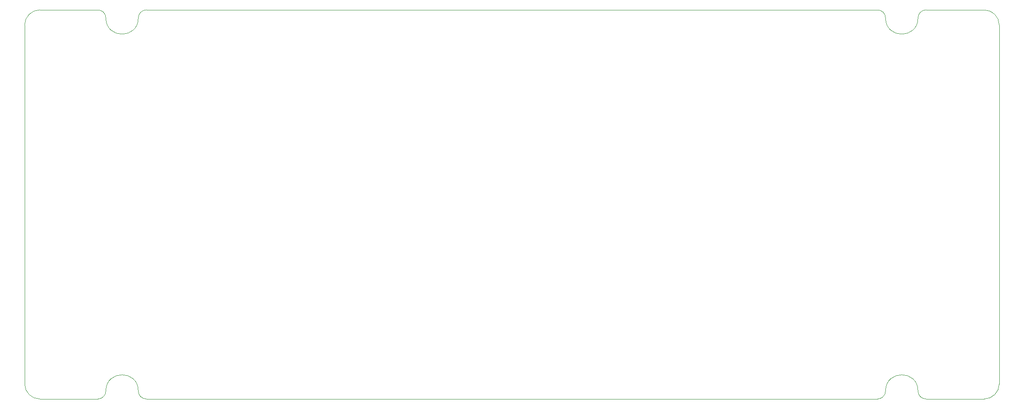
<source format=gm1>
%TF.GenerationSoftware,KiCad,Pcbnew,7.0.6*%
%TF.CreationDate,2023-08-01T10:10:22-04:00*%
%TF.ProjectId,good-delivery,676f6f64-2d64-4656-9c69-766572792e6b,rev?*%
%TF.SameCoordinates,PX2d6b3a0PY7e9ae4e*%
%TF.FileFunction,Profile,NP*%
%FSLAX46Y46*%
G04 Gerber Fmt 4.6, Leading zero omitted, Abs format (unit mm)*
G04 Created by KiCad (PCBNEW 7.0.6) date 2023-08-01 10:10:22*
%MOMM*%
%LPD*%
G01*
G04 APERTURE LIST*
%TA.AperFunction,Profile*%
%ADD10C,0.100000*%
%TD*%
G04 APERTURE END LIST*
D10*
X-80Y2976788D02*
X-80Y73223722D01*
X176194880Y76200287D02*
X187523515Y76200287D01*
X176194880Y76200222D02*
G75*
G03*
X174614880Y74620022I100J-1580100D01*
G01*
X187523910Y-78D02*
G75*
G03*
X190500480Y2976570I-30J2976600D01*
G01*
X190500080Y73223722D02*
X190500080Y2976788D01*
X23794880Y76200222D02*
G75*
G03*
X22214880Y74620022I100J-1580100D01*
G01*
X23794880Y0D02*
X166694879Y0D01*
X174614880Y1575022D02*
G75*
G03*
X168274880Y1575022I-3170000J0D01*
G01*
X176194880Y0D02*
X187523910Y0D01*
X2976570Y76200202D02*
G75*
G03*
X0Y73223622I10J-2976580D01*
G01*
X168274880Y74620022D02*
G75*
G03*
X174614880Y74620022I3170000J0D01*
G01*
X174614859Y1575022D02*
G75*
G03*
X176194880Y1I1577521J2500D01*
G01*
X23794880Y76200192D02*
X166694880Y76200192D01*
X190500450Y73223622D02*
G75*
G03*
X187523910Y76200192I-2976570J0D01*
G01*
X168274850Y74620022D02*
G75*
G03*
X166694880Y76200192I-1580070J100D01*
G01*
X58Y2976570D02*
G75*
G03*
X2976570Y0I2976522J-48D01*
G01*
X14287432Y223D02*
X2976485Y223D01*
X22214859Y1575022D02*
G75*
G03*
X23794880Y1I1577521J2500D01*
G01*
X15874880Y74620022D02*
G75*
G03*
X22214880Y74620022I3170000J0D01*
G01*
X15874850Y74620022D02*
G75*
G03*
X14294880Y76200192I-1580070J100D01*
G01*
X166694879Y23D02*
G75*
G03*
X168274879Y1575022I2501J1577499D01*
G01*
X22214880Y1575022D02*
G75*
G03*
X15874880Y1575022I-3170000J0D01*
G01*
X14294880Y23D02*
G75*
G03*
X15874879Y1575022I2500J1577499D01*
G01*
X2976485Y76200287D02*
X14287432Y76200287D01*
M02*

</source>
